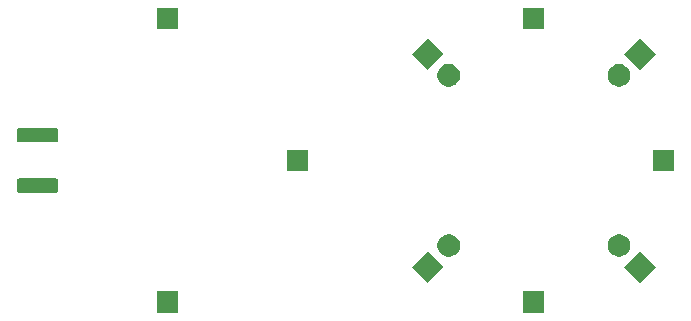
<source format=gbs>
G04 #@! TF.GenerationSoftware,KiCad,Pcbnew,5.1.4*
G04 #@! TF.CreationDate,2019-09-18T22:14:05+02:00*
G04 #@! TF.ProjectId,crf_bokmassabot,6372665f-626f-46b6-9d61-737361626f74,rev?*
G04 #@! TF.SameCoordinates,Original*
G04 #@! TF.FileFunction,Soldermask,Bot*
G04 #@! TF.FilePolarity,Negative*
%FSLAX46Y46*%
G04 Gerber Fmt 4.6, Leading zero omitted, Abs format (unit mm)*
G04 Created by KiCad (PCBNEW 5.1.4) date 2019-09-18 22:14:05*
%MOMM*%
%LPD*%
G04 APERTURE LIST*
%ADD10C,0.100000*%
G04 APERTURE END LIST*
D10*
G36*
X160901000Y-122901000D02*
G01*
X159099000Y-122901000D01*
X159099000Y-121099000D01*
X160901000Y-121099000D01*
X160901000Y-122901000D01*
X160901000Y-122901000D01*
G37*
G36*
X191901000Y-122901000D02*
G01*
X190099000Y-122901000D01*
X190099000Y-121099000D01*
X191901000Y-121099000D01*
X191901000Y-122901000D01*
X191901000Y-122901000D01*
G37*
G36*
X183344917Y-119000000D02*
G01*
X182000000Y-120344917D01*
X180655083Y-119000000D01*
X182000000Y-117655083D01*
X183344917Y-119000000D01*
X183344917Y-119000000D01*
G37*
G36*
X201344917Y-119000000D02*
G01*
X200000000Y-120344917D01*
X198655083Y-119000000D01*
X200000000Y-117655083D01*
X201344917Y-119000000D01*
X201344917Y-119000000D01*
G37*
G36*
X198481344Y-116289495D02*
G01*
X198654415Y-116361183D01*
X198654416Y-116361184D01*
X198810176Y-116465259D01*
X198942639Y-116597722D01*
X198942640Y-116597724D01*
X199046715Y-116753483D01*
X199118403Y-116926554D01*
X199154949Y-117110282D01*
X199154949Y-117297616D01*
X199118403Y-117481344D01*
X199046715Y-117654415D01*
X199046268Y-117655084D01*
X198942639Y-117810176D01*
X198810176Y-117942639D01*
X198731767Y-117995030D01*
X198654415Y-118046715D01*
X198481344Y-118118403D01*
X198297616Y-118154949D01*
X198110282Y-118154949D01*
X197926554Y-118118403D01*
X197753483Y-118046715D01*
X197676131Y-117995030D01*
X197597722Y-117942639D01*
X197465259Y-117810176D01*
X197361630Y-117655084D01*
X197361183Y-117654415D01*
X197289495Y-117481344D01*
X197252949Y-117297616D01*
X197252949Y-117110282D01*
X197289495Y-116926554D01*
X197361183Y-116753483D01*
X197465258Y-116597724D01*
X197465259Y-116597722D01*
X197597722Y-116465259D01*
X197753482Y-116361184D01*
X197753483Y-116361183D01*
X197926554Y-116289495D01*
X198110282Y-116252949D01*
X198297616Y-116252949D01*
X198481344Y-116289495D01*
X198481344Y-116289495D01*
G37*
G36*
X184073446Y-116289495D02*
G01*
X184246517Y-116361183D01*
X184246518Y-116361184D01*
X184402278Y-116465259D01*
X184534741Y-116597722D01*
X184534742Y-116597724D01*
X184638817Y-116753483D01*
X184710505Y-116926554D01*
X184747051Y-117110282D01*
X184747051Y-117297616D01*
X184710505Y-117481344D01*
X184638817Y-117654415D01*
X184638370Y-117655084D01*
X184534741Y-117810176D01*
X184402278Y-117942639D01*
X184323869Y-117995030D01*
X184246517Y-118046715D01*
X184073446Y-118118403D01*
X183889718Y-118154949D01*
X183702384Y-118154949D01*
X183518656Y-118118403D01*
X183345585Y-118046715D01*
X183268233Y-117995030D01*
X183189824Y-117942639D01*
X183057361Y-117810176D01*
X182953732Y-117655084D01*
X182953285Y-117654415D01*
X182881597Y-117481344D01*
X182845051Y-117297616D01*
X182845051Y-117110282D01*
X182881597Y-116926554D01*
X182953285Y-116753483D01*
X183057360Y-116597724D01*
X183057361Y-116597722D01*
X183189824Y-116465259D01*
X183345584Y-116361184D01*
X183345585Y-116361183D01*
X183518656Y-116289495D01*
X183702384Y-116252949D01*
X183889718Y-116252949D01*
X184073446Y-116289495D01*
X184073446Y-116289495D01*
G37*
G36*
X150587307Y-111528498D02*
G01*
X150625318Y-111540029D01*
X150660342Y-111558749D01*
X150691049Y-111583951D01*
X150716251Y-111614658D01*
X150734971Y-111649682D01*
X150746502Y-111687693D01*
X150751000Y-111733363D01*
X150751000Y-112541637D01*
X150746502Y-112587307D01*
X150734971Y-112625318D01*
X150716251Y-112660342D01*
X150691049Y-112691049D01*
X150660342Y-112716251D01*
X150625318Y-112734971D01*
X150587307Y-112746502D01*
X150541637Y-112751000D01*
X147458363Y-112751000D01*
X147412693Y-112746502D01*
X147374682Y-112734971D01*
X147339658Y-112716251D01*
X147308951Y-112691049D01*
X147283749Y-112660342D01*
X147265029Y-112625318D01*
X147253498Y-112587307D01*
X147249000Y-112541637D01*
X147249000Y-111733363D01*
X147253498Y-111687693D01*
X147265029Y-111649682D01*
X147283749Y-111614658D01*
X147308951Y-111583951D01*
X147339658Y-111558749D01*
X147374682Y-111540029D01*
X147412693Y-111528498D01*
X147458363Y-111524000D01*
X150541637Y-111524000D01*
X150587307Y-111528498D01*
X150587307Y-111528498D01*
G37*
G36*
X202901000Y-110901000D02*
G01*
X201099000Y-110901000D01*
X201099000Y-109099000D01*
X202901000Y-109099000D01*
X202901000Y-110901000D01*
X202901000Y-110901000D01*
G37*
G36*
X171901000Y-110901000D02*
G01*
X170099000Y-110901000D01*
X170099000Y-109099000D01*
X171901000Y-109099000D01*
X171901000Y-110901000D01*
X171901000Y-110901000D01*
G37*
G36*
X150587307Y-107253498D02*
G01*
X150625318Y-107265029D01*
X150660342Y-107283749D01*
X150691049Y-107308951D01*
X150716251Y-107339658D01*
X150734971Y-107374682D01*
X150746502Y-107412693D01*
X150751000Y-107458363D01*
X150751000Y-108266637D01*
X150746502Y-108312307D01*
X150734971Y-108350318D01*
X150716251Y-108385342D01*
X150691049Y-108416049D01*
X150660342Y-108441251D01*
X150625318Y-108459971D01*
X150587307Y-108471502D01*
X150541637Y-108476000D01*
X147458363Y-108476000D01*
X147412693Y-108471502D01*
X147374682Y-108459971D01*
X147339658Y-108441251D01*
X147308951Y-108416049D01*
X147283749Y-108385342D01*
X147265029Y-108350318D01*
X147253498Y-108312307D01*
X147249000Y-108266637D01*
X147249000Y-107458363D01*
X147253498Y-107412693D01*
X147265029Y-107374682D01*
X147283749Y-107339658D01*
X147308951Y-107308951D01*
X147339658Y-107283749D01*
X147374682Y-107265029D01*
X147412693Y-107253498D01*
X147458363Y-107249000D01*
X150541637Y-107249000D01*
X150587307Y-107253498D01*
X150587307Y-107253498D01*
G37*
G36*
X198481344Y-101881597D02*
G01*
X198654415Y-101953285D01*
X198654416Y-101953286D01*
X198810176Y-102057361D01*
X198942639Y-102189824D01*
X198942640Y-102189826D01*
X199046715Y-102345585D01*
X199118403Y-102518656D01*
X199154949Y-102702384D01*
X199154949Y-102889718D01*
X199118403Y-103073446D01*
X199046715Y-103246517D01*
X199046714Y-103246518D01*
X198942639Y-103402278D01*
X198810176Y-103534741D01*
X198731767Y-103587132D01*
X198654415Y-103638817D01*
X198481344Y-103710505D01*
X198297616Y-103747051D01*
X198110282Y-103747051D01*
X197926554Y-103710505D01*
X197753483Y-103638817D01*
X197676131Y-103587132D01*
X197597722Y-103534741D01*
X197465259Y-103402278D01*
X197361184Y-103246518D01*
X197361183Y-103246517D01*
X197289495Y-103073446D01*
X197252949Y-102889718D01*
X197252949Y-102702384D01*
X197289495Y-102518656D01*
X197361183Y-102345585D01*
X197465258Y-102189826D01*
X197465259Y-102189824D01*
X197597722Y-102057361D01*
X197753482Y-101953286D01*
X197753483Y-101953285D01*
X197926554Y-101881597D01*
X198110282Y-101845051D01*
X198297616Y-101845051D01*
X198481344Y-101881597D01*
X198481344Y-101881597D01*
G37*
G36*
X184073446Y-101881597D02*
G01*
X184246517Y-101953285D01*
X184246518Y-101953286D01*
X184402278Y-102057361D01*
X184534741Y-102189824D01*
X184534742Y-102189826D01*
X184638817Y-102345585D01*
X184710505Y-102518656D01*
X184747051Y-102702384D01*
X184747051Y-102889718D01*
X184710505Y-103073446D01*
X184638817Y-103246517D01*
X184638816Y-103246518D01*
X184534741Y-103402278D01*
X184402278Y-103534741D01*
X184323869Y-103587132D01*
X184246517Y-103638817D01*
X184073446Y-103710505D01*
X183889718Y-103747051D01*
X183702384Y-103747051D01*
X183518656Y-103710505D01*
X183345585Y-103638817D01*
X183268233Y-103587132D01*
X183189824Y-103534741D01*
X183057361Y-103402278D01*
X182953286Y-103246518D01*
X182953285Y-103246517D01*
X182881597Y-103073446D01*
X182845051Y-102889718D01*
X182845051Y-102702384D01*
X182881597Y-102518656D01*
X182953285Y-102345585D01*
X183057360Y-102189826D01*
X183057361Y-102189824D01*
X183189824Y-102057361D01*
X183345584Y-101953286D01*
X183345585Y-101953285D01*
X183518656Y-101881597D01*
X183702384Y-101845051D01*
X183889718Y-101845051D01*
X184073446Y-101881597D01*
X184073446Y-101881597D01*
G37*
G36*
X201344917Y-101000000D02*
G01*
X200000000Y-102344917D01*
X198655083Y-101000000D01*
X200000000Y-99655083D01*
X201344917Y-101000000D01*
X201344917Y-101000000D01*
G37*
G36*
X183344917Y-101000000D02*
G01*
X182000000Y-102344917D01*
X180655083Y-101000000D01*
X182000000Y-99655083D01*
X183344917Y-101000000D01*
X183344917Y-101000000D01*
G37*
G36*
X160901000Y-98901000D02*
G01*
X159099000Y-98901000D01*
X159099000Y-97099000D01*
X160901000Y-97099000D01*
X160901000Y-98901000D01*
X160901000Y-98901000D01*
G37*
G36*
X191901000Y-98901000D02*
G01*
X190099000Y-98901000D01*
X190099000Y-97099000D01*
X191901000Y-97099000D01*
X191901000Y-98901000D01*
X191901000Y-98901000D01*
G37*
M02*

</source>
